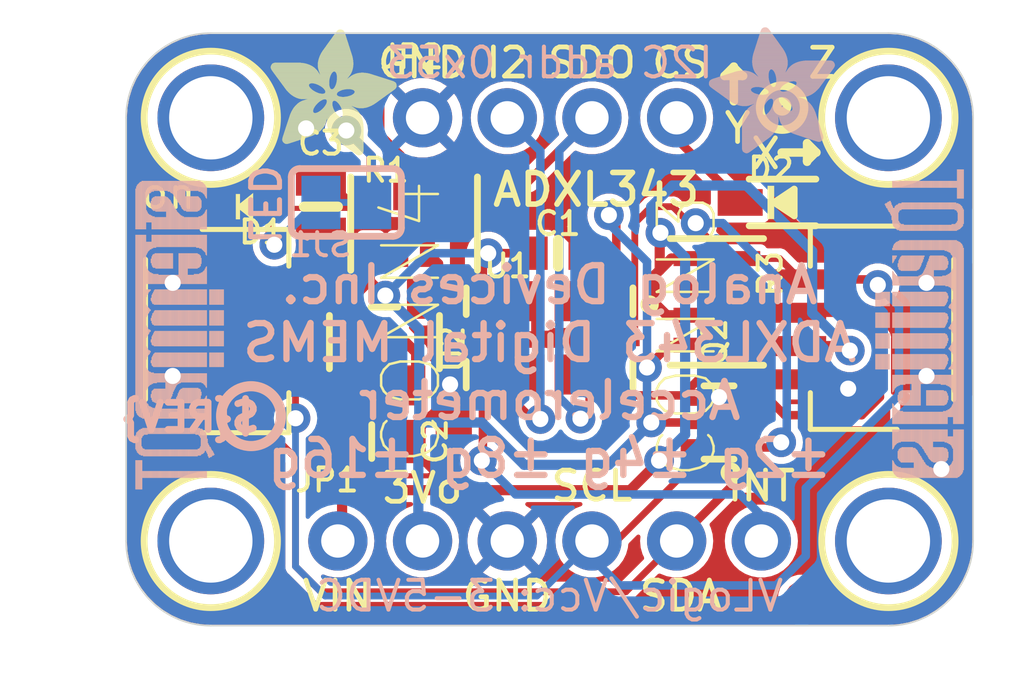
<source format=kicad_pcb>
(kicad_pcb (version 20221018) (generator pcbnew)
  (layers (0 "F.Cu" signal) (31 "B.Cu" signal) (34 "B.Paste" user) (35 "F.Paste" user) (36 "B.SilkS" user "B.Silkscreen") (37 "F.SilkS" user "F.Silkscreen") (38 "B.Mask" user) (39 "F.Mask" user) (44 "Edge.Cuts" user))
  (net 0 "")
  (net 1 "GND")
  (net 2 "SCL")
  (net 3 "SCL_3V")
  (net 4 "3.3V")
  (net 5 "VCC")
  (net 6 "N$1")
  (net 7 "CS_3V")
  (net 8 "INT1")
  (net 9 "INT2")
  (net 10 "SDA/SDIO_3V")
  (net 11 "SDO")
  (net 12 "CS")
  (net 13 "SDA/SDIO")
  (net 14 "N$2")
  (footprint "working:ADAFRUIT_3.5MM" (layer "F.Cu") (at 140.1191 99.7966)
    (fp_text reference "U$4" hide)
    (fp_text value "" hide)
  )
  (footprint "working:1X04_ROUND" (layer "F.Cu") (at 148.5011 98.6536)
    (fp_text reference "JP2")
    (fp_text value "")
  )
  (footprint "working:SOT23-5" (layer "F.Cu") (at 143.5481 105.3846)
    (fp_text reference "U2")
    (fp_text value "AP2112K-3.3")
  )
  (footprint "working:FIDUCIAL_1MM" (layer "F.Cu") (at 156.0576 113.0681)
    (fp_text reference "FID3" hide)
    (fp_text value "FIDUCIAL_1MM" hide)
  )
  (footprint "working:1X06_ROUND_70" (layer "F.Cu") (at 148.5011 111.3536)
    (fp_text reference "JP1")
    (fp_text value "")
  )
  (footprint "working:_0805MP" (layer "F.Cu") (at 143.1671 108.3691)
    (fp_text reference "C2")
    (fp_text value "10uF")
  )
  (footprint "working:RESPACK_4X0603" (layer "F.Cu") (at 153.5176 104.1781 -90)
    (fp_text reference "R3")
    (fp_text value "10K")
  )
  (footprint "working:RESPACK_4X0603" (layer "F.Cu") (at 144.4371 101.8286)
    (fp_text reference "R1")
    (fp_text value "10K")
  )
  (footprint "working:FIDUCIAL_1MM" (layer "F.Cu") (at 137.7696 105.0036)
    (fp_text reference "FID4" hide)
    (fp_text value "FIDUCIAL_1MM" hide)
  )
  (footprint "working:CHIPLED_0603_NOOUTLINE" (layer "F.Cu") (at 139.3571 101.3206 90)
    (fp_text reference "D1")
    (fp_text value "GREEN")
  )
  (footprint "working:0805-NO" (layer "F.Cu") (at 141.6431 101.3206 90)
    (fp_text reference "C3")
    (fp_text value "10uF")
  )
  (footprint "working:MOUNTINGHOLE_2.5_PLATED" (layer "F.Cu") (at 158.6611 111.3536)
    (fp_text reference "U$21" hide)
    (fp_text value "MOUNTINGHOLE2.5" hide)
  )
  (footprint "working:JST_SH4" (layer "F.Cu") (at 158.5341 105.0036 90)
    (fp_text reference "CONN3")
    (fp_text value "STEMMA_I2C_QT" hide)
  )
  (footprint "working:MOUNTINGHOLE_2.5_PLATED" (layer "F.Cu") (at 138.3411 111.3536)
    (fp_text reference "U$19" hide)
    (fp_text value "MOUNTINGHOLE2.5" hide)
  )
  (footprint "working:0603-NO" (layer "F.Cu") (at 148.7551 102.7176)
    (fp_text reference "C1")
    (fp_text value "0.1uF")
  )
  (footprint "working:MOUNTINGHOLE_2.5_PLATED" (layer "F.Cu") (at 138.3411 98.6536)
    (fp_text reference "U$1" hide)
    (fp_text value "MOUNTINGHOLE2.5" hide)
  )
  (footprint "working:MOUNTINGHOLE_2.5_PLATED" (layer "F.Cu") (at 158.6611 98.6536)
    (fp_text reference "U$17" hide)
    (fp_text value "MOUNTINGHOLE2.5" hide)
  )
  (footprint "working:SOD-323" (layer "F.Cu") (at 155.4861 101.1936)
    (fp_text reference "D2")
    (fp_text value "1N4148")
  )
  (footprint "working:SOT363" (layer "F.Cu") (at 153.5811 107.7976 90)
    (fp_text reference "Q2")
    (fp_text value "BSS138")
  )
  (footprint "working:JST_SH4" (layer "F.Cu") (at 138.4681 105.0036 -90)
    (fp_text reference "CONN4")
    (fp_text value "STEMMA_I2C_QT" hide)
  )
  (footprint "working:LGA14" (layer "F.Cu") (at 148.5011 105.2576)
    (fp_text reference "U1")
    (fp_text value "ADXL343")
  )
  (footprint "working:ADAFRUIT_3.5MM" (layer "B.Cu") (at 157.0736 99.7331 180)
    (fp_text reference "U$11" hide)
    (fp_text value "" hide)
  )
  (footprint "working:STEMMAQT" (layer "B.Cu") (at 158.2801 109.4486 90)
    (fp_text reference "U$30" hide)
    (fp_text value "" hide)
  )
  (footprint "working:SOLDERJUMPER_CLOSEDWIRE" (layer "B.Cu") (at 142.4051 101.1936)
    (fp_text reference "SJ1")
    (fp_text value "")
  )
  (footprint "working:PCBFEAT-REV-040" (layer "B.Cu") (at 139.5476 107.6071 180)
    (fp_text reference "U$25" hide)
    (fp_text value "" hide)
  )
  (footprint "working:STEMMAQT" (layer "B.Cu") (at 138.7221 100.5586 -90)
    (fp_text reference "U$31" hide)
    (fp_text value "" hide)
  )
  (gr_line (start 154.305 97.3963) (end 154.2796 97.3963) (stroke (width 0.254)) (layer "F.SilkS"))
  (gr_line (start 156.2227 99.9744) (end 156.2227 99.949) (stroke (width 0.254)) (layer "F.SilkS"))
  (gr_line (start 154.0256 98.1583) (end 154.0256 97.1423) (stroke (width 0.254)) (layer "F.SilkS"))
  (gr_line (start 156.5021 99.695) (end 156.2227 99.4156) (stroke (width 0.254)) (layer "F.SilkS"))
  (gr_line (start 153.7462 97.3963) (end 154.2796 97.3963) (stroke (width 0.254)) (layer "F.SilkS"))
  (gr_circle (center 155.4734 98.3107) (end 155.4988 98.3107) (stroke (width 0.254)) (fill none) (layer "F.SilkS"))
  (gr_circle (center 155.4734 98.3488) (end 156.1338 98.3488) (stroke (width 0.254)) (fill none) (layer "F.SilkS"))
  (gr_line (start 154.0256 97.1169) (end 153.7462 97.3963) (stroke (width 0.254)) (layer "F.SilkS"))
  (gr_line (start 156.2227 99.949) (end 156.4767 99.695) (stroke (width 0.254)) (layer "F.SilkS"))
  (gr_line (start 154.2796 97.3963) (end 154.0256 97.1423) (stroke (width 0.254)) (layer "F.SilkS"))
  (gr_line (start 156.2227 99.4156) (end 156.2227 99.949) (stroke (width 0.254)) (layer "F.SilkS"))
  (gr_line (start 154.0256 97.1423) (end 154.0256 97.1169) (stroke (width 0.254)) (layer "F.SilkS"))
  (gr_line (start 155.4607 99.695) (end 156.4767 99.695) (stroke (width 0.254)) (layer "F.SilkS"))
  (gr_line (start 156.4767 99.695) (end 156.5021 99.695) (stroke (width 0.254)) (layer "F.SilkS"))
  (gr_arc (start 161.2011 111.3536) (mid 160.457151 113.149651) (end 158.6611 113.8936) (stroke (width 0.05)) (layer "Edge.Cuts"))
  (gr_line (start 161.2011 111.3536) (end 161.2011 98.6536) (stroke (width 0.05)) (layer "Edge.Cuts"))
  (gr_arc (start 135.8011 98.6536) (mid 136.545049 96.857549) (end 138.3411 96.1136) (stroke (width 0.05)) (layer "Edge.Cuts"))
  (gr_arc (start 158.6611 96.1136) (mid 160.457151 96.857549) (end 161.2011 98.6536) (stroke (width 0.05)) (layer "Edge.Cuts"))
  (gr_line (start 138.3411 113.8936) (end 158.6611 113.8936) (stroke (width 0.05)) (layer "Edge.Cuts"))
  (gr_line (start 158.6611 96.1136) (end 138.3411 96.1136) (stroke (width 0.05)) (layer "Edge.Cuts"))
  (gr_line (start 135.8011 98.6536) (end 135.8011 111.3536) (stroke (width 0.05)) (layer "Edge.Cuts"))
  (gr_arc (start 138.3411 113.8936) (mid 136.545049 113.149651) (end 135.8011 111.3536) (stroke (width 0.05)) (layer "Edge.Cuts"))
  (gr_text "VLogic/Vcc: 3-5VDC" (at 148.5011 113.0046) (layer "B.SilkS") (effects (font (size 0.89408 0.89408) (thickness 0.12192)) (justify mirror)))
  (gr_text "Analog Devices Inc.\nADXL343 Digital MEMS\nAccelerometer\n±2g ±4g ±8g ±16g" (at 148.5011 106.2736) (layer "B.SilkS") (effects (font (size 1.0795 1.0795) (thickness 0.1905)) (justify mirror)))
  (gr_text "LED" (at 139.9286 101.2571 -90) (layer "B.SilkS") (effects (font (size 0.8636 0.8636) (thickness 0.1524)) (justify mirror)))
  (gr_text "I2C addr 0x53" (at 148.5011 97.0026) (layer "B.SilkS") (effects (font (size 0.89408 0.89408) (thickness 0.12192)) (justify mirror)))
  (gr_text "X" (at 154.4701 100.2411) (layer "F.SilkS") (effects (font (size 0.87376 0.87376) (thickness 0.14224)) (justify left bottom)))
  (gr_text "ADXL343" (at 149.8981 100.8126) (layer "F.SilkS") (effects (font (size 0.94996 0.94996) (thickness 0.16764))))
  (gr_text "Y" (at 153.67 99.4791) (layer "F.SilkS") (effects (font (size 0.87376 0.87376) (thickness 0.14224)) (justify left bottom)))
  (gr_text "I2" (at 147.2311 97.0026) (layer "F.SilkS") (effects (font (size 0.87376 0.87376) (thickness 0.14224))))
  (gr_text "SCL" (at 149.7711 109.7026) (layer "F.SilkS") (effects (font (size 0.87376 0.87376) (thickness 0.14224))))
  (gr_text "CS" (at 152.4381 97.0026) (layer "F.SilkS") (effects (font (size 0.87376 0.87376) (thickness 0.14224))))
  (gr_text "GND" (at 144.6911 97.0026) (layer "F.SilkS") (effects (font (size 0.87376 0.87376) (thickness 0.14224))))
  (gr_text "INT" (at 154.8511 109.7026) (layer "F.SilkS") (effects (font (size 0.87376 0.87376) (thickness 0.14224))))
  (gr_text "GND" (at 147.2311 113.0046) (layer "F.SilkS") (effects (font (size 0.87376 0.87376) (thickness 0.14224))))
  (gr_text "SDO" (at 149.7711 97.0026) (layer "F.SilkS") (effects (font (size 0.87376 0.87376) (thickness 0.14224))))
  (gr_text "on" (at 136.1821 101.4476) (layer "F.SilkS") (effects (font (size 0.89408 0.89408) (thickness 0.12192)) (justify left bottom)))
  (gr_text "VIN" (at 142.1511 113.0046) (layer "F.SilkS") (effects (font (size 0.87376 0.87376) (thickness 0.14224))))
  (gr_text "Z" (at 156.1719 97.5233) (layer "F.SilkS") (effects (font (size 0.87376 0.87376) (thickness 0.14224)) (justify left bottom)))
  (gr_text "SDA" (at 152.4381 113.0046) (layer "F.SilkS") (effects (font (size 0.87376 0.87376) (thickness 0.14224))))
  (gr_text "3Vo" (at 144.6911 109.7661) (layer "F.SilkS") (effects (font (size 0.87376 0.87376) (thickness 0.14224))))
  (segment (start 155.1051 106.2736) (end 155.3351 106.5036) (width 0.3048) (layer "F.Cu") (net 1))
  (segment (start 143.6116 106.7482) (end 143.6116 107.9881) (width 0.3048) (layer "F.Cu") (net 1))
  (segment (start 143.6116 107.9881) (end 143.9926 108.3691) (width 0.3048) (layer "F.Cu") (net 1))
  (segment (start 148.1836 105.1941) (end 148.1011 105.1116) (width 0.3048) (layer "F.Cu") (net 1))
  (segment (start 149.7011 104.804707) (end 149.6455 104.860307) (width 0.3048) (layer "F.Cu") (net 1))
  (segment (start 154.1526 106.2736) (end 155.1051 106.2736) (width 0.3048) (layer "F.Cu") (net 1))
  (segment (start 149.6455 104.9387) (end 149.3901 105.1941) (width 0.3048) (layer "F.Cu") (net 1))
  (segment (start 148.1011 105.1116) (end 148.1011 104.1576) (width 0.3048) (layer "F.Cu") (net 1))
  (segment (start 155.3351 106.5036) (end 156.0201 106.5036) (width 0.3048) (layer "F.Cu") (net 1))
  (segment (start 154.1526 106.2736) (end 153.5811 106.8451) (width 0.3048) (layer "F.Cu") (net 1))
  (segment (start 143.9926 108.3691) (end 144.1831 108.3691) (width 0.3048) (layer "F.Cu") (net 1))
  (segment (start 149.3901 105.1941) (end 148.1836 105.1941) (width 0.3048) (layer "F.Cu") (net 1))
  (segment (start 149.7011 104.1576) (end 149.7011 104.804707) (width 0.3048) (layer "F.Cu") (net 1))
  (segment (start 143.5481 106.6847) (end 143.6116 106.7482) (width 0.3048) (layer "F.Cu") (net 1))
  (segment (start 153.5811 107.0356) (end 153.5811 106.8451) (width 0.3048) (layer "F.Cu") (net 1))
  (segment (start 149.6455 104.860307) (end 149.6455 104.9387) (width 0.3048) (layer "F.Cu") (net 1))
  (via (at 153.5811 107.0356) (size 0.889) (drill 0.4826) (layers "F.Cu" "B.Cu") (net 1))
  (via (at 160.2486 109.1946) (size 0.889) (drill 0.4826) (layers "F.Cu" "B.Cu") (net 1))
  (via (at 159.8041 106.4006) (size 0.889) (drill 0.4826) (layers "F.Cu" "B.Cu") (net 1))
  (via (at 157.4546 106.7816) (size 0.889) (drill 0.4826) (layers "F.Cu" "B.Cu") (net 1))
  (via (at 141.1986 98.9711) (size 0.889) (drill 0.4826) (layers "F.Cu" "B.Cu") (net 1))
  (via (at 145.5166 106.6546) (size 0.889) (drill 0.4826) (layers "F.Cu" "B.Cu") (net 1))
  (via (at 137.1981 106.4006) (size 0.889) (drill 0.4826) (layers "F.Cu" "B.Cu") (net 1))
  (via (at 137.1981 103.6066) (size 0.889) (drill 0.4826) (layers "F.Cu" "B.Cu") (net 1))
  (via (at 159.8041 103.6066) (size 0.889) (drill 0.4826) (layers "F.Cu" "B.Cu") (net 1))
  (segment (start 156.0201 103.5036) (end 158.1771 103.5036) (width 0.254) (layer "F.Cu") (net 2))
  (segment (start 156.0201 103.5036) (end 155.3946 102.8781) (width 0.2032) (layer "F.Cu") (net 2))
  (segment (start 140.8811 107.6706) (end 140.8811 106.6046) (width 0.2032) (layer "F.Cu") (net 2))
  (segment (start 158.1771 103.5036) (end 158.3436 103.6701) (width 0.254) (layer "F.Cu") (net 2))
  (segment (start 152.6811 109.1826) (end 150.5101 111.3536) (width 0.2032) (layer "F.Cu") (net 2))
  (segment (start 155.3946 102.8781) (end 154.3676 102.8781) (width 0.2032) (layer "F.Cu") (net 2))
  (segment (start 150.5101 111.3536) (end 149.7711 111.3536) (width 0.2032) (layer "F.Cu") (net 2))
  (segment (start 152.6811 108.5476) (end 152.6811 109.1826) (width 0.2032) (layer "F.Cu") (net 2))
  (segment (start 140.8811 106.6046) (end 140.9821 106.5036) (width 0.2032) (layer "F.Cu") (net 2))
  (via (at 140.8811 107.6706) (size 0.889) (drill 0.4826) (layers "F.Cu" "B.Cu") (net 2))
  (via (at 158.3436 103.6701) (size 0.889) (drill 0.4826) (layers "F.Cu" "B.Cu") (net 2))
  (segment (start 158.9786 104.3051) (end 158.9786 106.9721) (width 0.254) (layer "B.Cu") (net 2))
  (segment (start 140.8811 112.1156) (end 140.8811 107.6706) (width 0.2032) (layer "B.Cu") (net 2))
  (segment (start 158.3436 103.6701) (end 158.9786 104.3051) (width 0.254) (layer "B.Cu") (net 2))
  (segment (start 149.7711 111.3536) (end 148.1201 113.0046) (width 0.2032) (layer "B.Cu") (net 2))
  (segment (start 141.7701 113.0046) (end 140.8811 112.1156) (width 0.2032) (layer "B.Cu") (net 2))
  (segment (start 156.1846 109.7661) (end 156.1846 111.7981) (width 0.254) (layer "B.Cu") (net 2))
  (segment (start 149.7711 111.8616) (end 149.7711 111.3536) (width 0.254) (layer "B.Cu") (net 2))
  (segment (start 150.5966 112.6871) (end 149.7711 111.8616) (width 0.254) (layer "B.Cu") (net 2))
  (segment (start 155.2956 112.6871) (end 150.5966 112.6871) (width 0.254) (layer "B.Cu") (net 2))
  (segment (start 156.1846 111.7981) (end 155.2956 112.6871) (width 0.254) (layer "B.Cu") (net 2))
  (segment (start 158.9786 106.9721) (end 156.1846 109.7661) (width 0.254) (layer "B.Cu") (net 2))
  (segment (start 148.1201 113.0046) (end 141.7701 113.0046) (width 0.2032) (layer "B.Cu") (net 2))
  (segment (start 153.8161 103.7781) (end 153.5176 103.4796) (width 0.2032) (layer "F.Cu") (net 3))
  (segment (start 152.1978 101.3206) (end 151.5491 101.3206) (width 0.2032) (layer "F.Cu") (net 3))
  (segment (start 152.8826 101.8149) (end 152.8826 101.8921) (width 0.2032) (layer "F.Cu") (net 3))
  (segment (start 153.5176 103.4796) (end 153.5176 102.5271) (width 0.2032) (layer "F.Cu") (net 3))
  (segment (start 151.0559 101.8138) (end 151.0559 105.2576) (width 0.2032) (layer "F.Cu") (net 3))
  (segment (start 154.4811 108.5476) (end 155.291506 108.5476) (width 0.254) (layer "F.Cu") (net 3))
  (segment (start 152.6921 101.8149) (end 152.1978 101.3206) (width 0.2032) (layer "F.Cu") (net 3))
  (segment (start 151.0559 105.2576) (end 150.6011 105.2576) (width 0.2032) (layer "F.Cu") (net 3))
  (segment (start 154.3676 103.7781) (end 153.8161 103.7781) (width 0.2032) (layer "F.Cu") (net 3))
  (segment (start 151.5491 101.3206) (end 151.0559 101.8138) (width 0.2032) (layer "F.Cu") (net 3))
  (segment (start 153.5176 102.5271) (end 152.8826 101.8921) (width 0.2032) (layer "F.Cu") (net 3))
  (segment (start 152.8826 101.8149) (end 152.6921 101.8149) (width 0.2032) (layer "F.Cu") (net 3))
  (segment (start 155.291506 108.5476) (end 155.446303 108.392804) (width 0.254) (layer "F.Cu") (net 3))
  (via (at 152.8826 101.8149) (size 0.889) (drill 0.4826) (layers "F.Cu" "B.Cu") (net 3))
  (via (at 155.446303 108.392804) (size 0.889) (drill 0.4826) (layers "F.Cu" "B.Cu") (net 3))
  (segment (start 155.446303 108.392804) (end 155.6131 108.226007) (width 0.254) (layer "B.Cu") (net 3))
  (segment (start 153.6944 101.8149) (end 152.8826 101.8149) (width 0.254) (layer "B.Cu") (net 3))
  (segment (start 155.6131 108.226007) (end 155.6131 103.7336) (width 0.254) (layer "B.Cu") (net 3))
  (segment (start 155.6131 103.7336) (end 153.6944 101.8149) (width 0.254) (layer "B.Cu") (net 3))
  (segment (start 153.9096 107.9881) (end 153.1891 107.9881) (width 0.254) (layer "F.Cu") (net 4))
  (segment (start 146.8891 102.7176) (end 146.5011 103.1056) (width 0.254) (layer "F.Cu") (net 4))
  (segment (start 146.5011 104.1576) (end 146.5011 103.1056) (width 0.254) (layer "F.Cu") (net 4))
  (segment (start 144.0371 102.6786) (end 143.1371 102.6786) (width 0.254) (layer "F.Cu") (net 4))
  (segment (start 152.6676 103.7781) (end 153.0731 103.7781) (width 0.3048) (layer "F.Cu") (net 4))
  (segment (start 143.1371 103.5493) (end 143.5754 103.9876) (width 0.254) (layer "F.Cu") (net 4))
  (segment (start 142.5981 104.0845) (end 143.1371 103.5455) (width 0.254) (layer "F.Cu") (net 4))
  (segment (start 143.1371 102.6786) (end 142.0511 102.6786) (width 0.254) (layer "F.Cu") (net 4))
  (segment (start 142.0511 102.6786) (end 141.6431 102.2706) (width 0.254) (layer "F.Cu") (net 4))
  (segment (start 153.2971 105.4781) (end 152.6676 105.4781) (width 0.3048) (layer "F.Cu") (net 4))
  (segment (start 153.5176 104.2226) (end 153.0731 103.7781) (width 0.3048) (layer "F.Cu") (net 4))
  (segment (start 152.6676 105.4781) (end 152.0906 105.4781) (width 0.254) (layer "F.Cu") (net 4))
  (segment (start 146.8891 102.7176) (end 147.9051 102.7176) (width 0.254) (layer "F.Cu") (net 4))
  (segment (start 151.5491 107.7976) (end 152.6811 107.7976) (width 0.254) (layer "F.Cu") (net 4))
  (segment (start 153.1891 107.9881) (end 152.9986 107.7976) (width 0.254) (layer "F.Cu") (net 4))
  (segment (start 153.5176 105.2576) (end 153.2971 105.4781) (width 0.3048) (layer "F.Cu") (net 4))
  (segment (start 152.6811 107.7976) (end 152.9986 107.7976) (width 0.254) (layer "F.Cu") (net 4))
  (segment (start 143.1371 103.5455) (end 143.1371 103.5493) (width 0.254) (layer "F.Cu") (net 4))
  (segment (start 150.5011 101.7966) (end 150.2791 101.5746) (width 0.254) (layer "F.Cu") (net 4))
  (segment (start 154.1001 107.7976) (end 153.9096 107.9881) (width 0.254) (layer "F.Cu") (net 4))
  (segment (start 152.0906 105.4781) (end 151.4221 106.1466) (width 0.254) (layer "F.Cu") (net 4))
  (segment (start 150.5011 104.1576) (end 150.5011 101.7966) (width 0.254) (layer "F.Cu") (net 4))
  (segment (start 147.9051 102.7176) (end 146.6596 102.7176) (width 0.254) (layer "F.Cu") (net 4))
  (segment (start 154.1001 107.7976) (end 154.4811 107.7976) (width 0.254) (layer "F.Cu") (net 4))
  (segment (start 153.5176 104.2226) (end 153.5176 105.2576) (width 0.3048) (layer "F.Cu") (net 4))
  (segment (start 143.1371 102.6786) (end 143.1371 103.5455) (width 0.254) (layer "F.Cu") (net 4))
  (via (at 151.5491 107.7976) (size 0.889) (drill 0.4826) (layers "F.Cu" "B.Cu") (net 4))
  (via (at 143.5754 103.9876) (size 0.889) (drill 0.4826) (layers "F.Cu" "B.Cu") (net 4))
  (via (at 146.6596 102.7176) (size 0.889) (drill 0.4826) (layers "F.Cu" "B.Cu") (net 4))
  (via (at 151.4221 106.1466) (size 0.889) (drill 0.4826) (layers "F.Cu" "B.Cu") (net 4))
  (via (at 150.2791 101.5746) (size 0.889) (drill 0.4826) (layers "F.Cu" "B.Cu") (net 4))
  (segment (start 144.8454 102.7176) (end 146.6596 102.7176) (width 0.254) (layer "B.Cu") (net 4))
  (segment (start 151.5491 107.7976) (end 150.2791 109.0676) (width 0.3048) (layer "B.Cu") (net 4))
  (segment (start 150.2791 109.0676) (end 147.7391 109.0676) (width 0.3048) (layer "B.Cu") (net 4))
  (segment (start 144.5641 111.2266) (end 144.6911 111.3536) (width 0.3048) (layer "B.Cu") (net 4))
  (segment (start 151.5491 107.7976) (end 151.4221 107.6706) (width 0.254) (layer "B.Cu") (net 4))
  (segment (start 147.7391 109.0676) (end 146.4691 107.7976) (width 0.3048) (layer "B.Cu") (net 4))
  (segment (start 144.5914 105.0036) (end 144.5914 107.7976) (width 0.3048) (layer "B.Cu") (net 4))
  (segment (start 151.4221 102.9716) (end 150.2791 101.8286) (width 0.254) (layer "B.Cu") (net 4))
  (segment (start 144.5914 105.0036) (end 143.5754 103.9876) (width 0.3048) (layer "B.Cu") (net 4))
  (segment (start 144.5641 107.7976) (end 144.5641 111.2266) (width 0.3048) (layer "B.Cu") (net 4))
  (segment (start 151.4221 102.9716) (end 151.4221 106.1466) (width 0.254) (layer "B.Cu") (net 4))
  (segment (start 146.4691 107.7976) (end 145.3261 107.7976) (width 0.3048) (layer "B.Cu") (net 4))
  (segment (start 143.5754 103.9876) (end 144.8454 102.7176) (width 0.254) (layer "B.Cu") (net 4))
  (segment (start 145.3261 107.7976) (end 144.5641 107.7976) (width 0.254) (layer "B.Cu") (net 4))
  (segment (start 145.3261 107.7976) (end 144.5914 107.7976) (width 0.3048) (layer "B.Cu") (net 4))
  (segment (start 150.2791 101.5746) (end 150.2791 101.8286) (width 0.254) (layer "B.Cu") (net 4))
  (segment (start 151.4221 106.1466) (end 151.4221 107.6706) (width 0.254) (layer "B.Cu") (net 4))
  (segment (start 151.7834 108.9603) (end 151.7834 108.9406) (width 0.3048) (layer "F.Cu") (net 5))
  (segment (start 142.2781 111.2266) (end 142.1511 111.3536) (width 0.3048) (layer "F.Cu") (net 5))
  (segment (start 142.2781 109.8296) (end 142.2781 111.2266) (width 0.3048) (layer "F.Cu") (net 5))
  (segment (start 157.3704 105.5036) (end 157.5054 105.6386) (width 0.3048) (layer "F.Cu") (net 5))
  (segment (start 152.0126 104.5781) (end 151.6761 104.2416) (width 0.3048) (layer "F.Cu") (net 5))
  (segment (start 152.6676 104.5781) (end 152.0126 104.5781) (width 0.3048) (layer "F.Cu") (net 5))
  (segment (start 156.0201 105.5036) (end 157.3704 105.5036) (width 0.3048) (layer "F.Cu") (net 5))
  (segment (start 142.1511 108.3691) (end 142.1511 109.8296) (width 0.3048) (layer "F.Cu") (net 5))
  (segment (start 142.6591 105.2576) (end 142.329806 105.2576) (width 0.3048) (layer "F.Cu") (net 5))
  (segment (start 144.4981 105.6996) (end 144.0561 105.2576) (width 0.3048) (layer "F.Cu") (net 5))
  (segment (start 144.4981 106.6847) (end 144.4981 105.6996) (width 0.3048) (layer "F.Cu") (net 5))
  (segment (start 144.0561 105.2576) (end 142.6591 105.2576) (width 0.3048) (layer "F.Cu") (net 5))
  (segment (start 152.1506 102.8781) (end 152.6676 102.8781) (width 0.3048) (layer "F.Cu") (net 5))
  (segment (start 142.2781 109.8296) (end 150.9141 109.8296) (width 0.3048) (layer "F.Cu") (net 5))
  (segment (start 142.5981 106.6847) (end 142.5981 105.3186) (width 0.3048) (layer "F.Cu") (net 5))
  (segment (start 151.8031 102.126275) (end 151.8031 103.2256) (width 0.3048) (layer "F.Cu") (net 5))
  (segment (start 150.9141 109.8296) (end 151.7834 108.9603) (width 0.3048) (layer "F.Cu") (net 5))
  (segment (start 152.1506 102.8781) (end 151.8031 103.2256) (width 0.3048) (layer "F.Cu") (net 5))
  (segment (start 151.824937 102.104438) (end 151.8031 102.126275) (width 0.3048) (layer "F.Cu") (net 5))
  (segment (start 142.1511 109.8296) (end 142.2781 109.8296) (width 0.3048) (layer "F.Cu") (net 5))
  (segment (start 141.575806 104.5036) (end 140.9821 104.5036) (width 0.3048) (layer "F.Cu") (net 5))
  (segment (start 142.1511 108.3691) (end 142.5981 107.9221) (width 0.3048) (layer "F.Cu") (net 5))
  (segment (start 151.6761 104.2416) (end 151.6761 103.3526) (width 0.3048) (layer "F.Cu") (net 5))
  (segment (start 142.5981 105.3186) (end 142.6591 105.2576) (width 0.3048) (layer "F.Cu") (net 5))
  (segment (start 151.8031 103.2256) (end 151.6761 103.3526) (width 0.3048) (layer "F.Cu") (net 5))
  (segment (start 142.5981 107.9221) (end 142.5981 106.6847) (width 0.3048) (layer "F.Cu") (net 5))
  (segment (start 142.329806 105.2576) (end 141.575806 104.5036) (width 0.3048) (layer "F.Cu") (net 5))
  (via (at 157.5054 105.6386) (size 0.889) (drill 0.4826) (layers "F.Cu" "B.Cu") (net 5))
  (via (at 151.824937 102.104438) (size 0.889) (drill 0.4826) (layers "F.Cu" "B.Cu") (net 5))
  (via (at 151.7834 108.9406) (size 0.889) (drill 0.4826) (layers "F.Cu" "B.Cu") (net 5))
  (segment (start 152.5651 102.8446) (end 151.824937 102.104438) (width 0.3048) (layer "B.Cu") (net 5))
  (segment (start 154.4066 100.6856) (end 156.3751 102.6541) (width 0.3048) (layer "B.Cu") (net 5))
  (segment (start 151.5491 101.3206) (end 152.1841 100.6856) (width 0.3048) (layer "B.Cu") (net 5))
  (segment (start 151.824937 102.040938) (end 151.5491 101.7651) (width 0.3048) (layer "B.Cu") (net 5))
  (segment (start 156.3751 102.6541) (end 156.3751 104.5083) (width 0.3048) (layer "B.Cu") (net 5))
  (segment (start 156.3751 104.5083) (end 157.5054 105.6386) (width 0.3048) (layer "B.Cu") (net 5))
  (segment (start 152.1841 100.6856) (end 154.4066 100.6856) (width 0.3048) (layer "B.Cu") (net 5))
  (segment (start 151.7834 108.9406) (end 152.5651 108.1589) (width 0.3048) (layer "B.Cu") (net 5))
  (segment (start 152.5651 108.1589) (end 152.5651 102.8446) (width 0.3048) (layer "B.Cu") (net 5))
  (segment (start 151.5491 101.7651) (end 151.5491 101.3206) (width 0.3048) (layer "B.Cu") (net 5))
  (segment (start 151.824937 102.104438) (end 151.824937 102.040938) (width 0.3048) (layer "B.Cu") (net 5))
  (segment (start 143.1371 100.9786) (end 143.1371 99.7666) (width 0.254) (layer "F.Cu") (net 6))
  (segment (start 143.1371 99.7666) (end 142.4051 99.0346) (width 0.254) (layer "F.Cu") (net 6))
  (via (at 142.4051 99.0346) (size 0.889) (drill 0.4826) (layers "F.Cu" "B.Cu") (net 6))
  (segment (start 142.4051 99.0346) (end 143.1671 99.7966) (width 0.254) (layer "B.Cu") (net 6))
  (segment (start 143.1671 99.7966) (end 143.1671 101.1936) (width 0.254) (layer "B.Cu") (net 6))
  (segment (start 145.1819 103.265375) (end 145.1819 103.0234) (width 0.254) (layer "F.Cu") (net 7))
  (segment (start 143.4211 99.1616) (end 143.4211 97.3836) (width 0.254) (layer "F.Cu") (net 7))
  (segment (start 144.0371 99.7776) (end 143.4211 99.1616) (width 0.254) (layer "F.Cu") (net 7))
  (segment (start 144.8371 100.9786) (end 144.0371 100.9786) (width 0.254) (layer "F.Cu") (net 7))
  (segment (start 143.9291 96.8756) (end 153.0731 96.8756) (width 0.254) (layer "F.Cu") (net 7))
  (segment (start 144.0371 100.9786) (end 144.0371 99.7776) (width 0.254) (layer "F.Cu") (net 7))
  (segment (start 156.7561 100.5586) (end 156.7561 101.1936) (width 0.254) (layer "F.Cu") (net 7))
  (segment (start 145.1991 104.3686) (end 145.1991 103.282575) (width 0.254) (layer "F.Cu") (net 7))
  (segment (start 144.8371 102.6786) (end 144.8371 100.9786) (width 0.254) (layer "F.Cu") (net 7))
  (segment (start 143.4211 97.3836) (end 143.9291 96.8756) (width 0.254) (layer "F.Cu") (net 7))
  (segment (start 145.1991 103.282575) (end 145.1819 103.265375) (width 0.254) (layer "F.Cu") (net 7))
  (segment (start 146.0881 105.2576) (end 145.1991 104.3686) (width 0.254) (layer "F.Cu") (net 7))
  (segment (start 145.1819 103.0234) (end 144.8371 102.6786) (width 0.254) (layer "F.Cu") (net 7))
  (segment (start 146.4011 105.2576) (end 146.0881 105.2576) (width 0.254) (layer "F.Cu") (net 7))
  (segment (start 153.0731 96.8756) (end 156.7561 100.5586) (width 0.254) (layer "F.Cu") (net 7))
  (segment (start 146.5011 106.3576) (end 146.5011 108.9086) (width 0.254) (layer "F.Cu") (net 8))
  (segment (start 146.5011 108.9086) (end 146.4691 108.9406) (width 0.254) (layer "F.Cu") (net 8))
  (via (at 146.4691 108.9406) (size 0.889) (drill 0.4826) (layers "F.Cu" "B.Cu") (net 8))
  (segment (start 154.2161 109.9566) (end 154.8511 110.5916) (width 0.254) (layer "B.Cu") (net 8))
  (segment (start 154.8511 110.5916) (end 154.8511 111.3536) (width 0.254) (layer "B.Cu") (net 8))
  (segment (start 147.4851 109.9566) (end 146.4691 108.9406) (width 0.254) (layer "B.Cu") (net 8))
  (segment (start 154.2161 109.9566) (end 147.4851 109.9566) (width 0.254) (layer "B.Cu") (net 8))
  (segment (start 147.969396 107.694304) (end 147.3011 107.026007) (width 0.254) (layer "F.Cu") (net 9))
  (segment (start 148.223396 107.694304) (end 147.969396 107.694304) (width 0.254) (layer "F.Cu") (net 9))
  (segment (start 147.3011 106.3576) (end 147.3011 107.026007) (width 0.254) (layer "F.Cu") (net 9))
  (via (at 148.223396 107.694304) (size 0.889) (drill 0.4826) (layers "F.Cu" "B.Cu") (net 9))
  (segment (start 148.223396 99.645897) (end 148.223396 107.694304) (width 0.254) (layer "B.Cu") (net 9))
  (segment (start 148.223396 99.645897) (end 147.2311 98.6536) (width 0.254) (layer "B.Cu") (net 9))
  (segment (start 152.6811 107.0476) (end 152.6811 106.7926) (width 0.254) (layer "F.Cu") (net 10))
  (segment (start 152.6176 106.9841) (end 150.9896 106.9841) (width 0.254) (layer "F.Cu") (net 10))
  (segment (start 150.9896 106.9841) (end 150.5011 106.4956) (width 0.254) (layer "F.Cu") (net 10))
  (segment (start 150.5011 106.4956) (end 150.5011 106.3576) (width 0.254) (layer "F.Cu") (net 10))
  (segment (start 152.6811 107.0476) (end 152.6176 106.9841) (width 0.254) (layer "F.Cu") (net 10))
  (segment (start 153.9956 105.4781) (end 154.3676 105.4781) (width 0.254) (layer "F.Cu") (net 10))
  (segment (start 152.6811 106.7926) (end 153.9956 105.4781) (width 0.254) (layer "F.Cu") (net 10))
  (segment (start 147.8661 100.5586) (end 149.7711 98.6536) (width 0.254) (layer "F.Cu") (net 11))
  (segment (start 149.7011 107.407007) (end 149.426506 107.6816) (width 0.254) (layer "F.Cu") (net 11))
  (segment (start 145.7371 100.9786) (end 146.1571 100.5586) (width 0.254) (layer "F.Cu") (net 11))
  (segment (start 149.7011 106.3576) (end 149.7011 107.407007) (width 0.254) (layer "F.Cu") (net 11))
  (segment (start 146.1571 100.5586) (end 147.8661 100.5586) (width 0.254) (layer "F.Cu") (net 11))
  (via (at 149.426506 107.6816) (size 0.889) (drill 0.4826) (layers "F.Cu" "B.Cu") (net 11))
  (segment (start 148.791506 99.633194) (end 148.791506 107.0466) (width 0.254) (layer "B.Cu") (net 11))
  (segment (start 149.426506 107.6816) (end 148.791506 107.0466) (width 0.254) (layer "B.Cu") (net 11))
  (segment (start 148.791506 99.633194) (end 149.7711 98.6536) (width 0.254) (layer "B.Cu") (net 11))
  (segment (start 152.3111 99.2886) (end 152.3111 98.6536) (width 0.254) (layer "F.Cu") (net 12))
  (segment (start 154.2161 101.1936) (end 152.3111 99.2886) (width 0.254) (layer "F.Cu") (net 12))
  (segment (start 140.1271 105.5036) (end 139.7381 105.8926) (width 0.2032) (layer "F.Cu") (net 13))
  (segment (start 150.7871 112.8776) (end 152.3111 111.3536) (width 0.2032) (layer "F.Cu") (net 13))
  (segment (start 156.2481 107.5783) (end 156.2481 108.6866) (width 0.254) (layer "F.Cu") (net 13))
  (segment (start 155.552825 107.5783) (end 156.2481 107.5783) (width 0.254) (layer "F.Cu") (net 13))
  (segment (start 154.0891 109.5756) (end 152.3111 111.3536) (width 0.254) (layer "F.Cu") (net 13))
  (segment (start 154.3676 104.5781) (end 154.4421 104.5036) (width 0.2032) (layer "F.Cu") (net 13))
  (segment (start 140.9821 105.5036) (end 140.1271 105.5036) (width 0.2032) (layer "F.Cu") (net 13))
  (segment (start 154.4811 107.0476) (end 155.022125 107.0476) (width 0.254) (layer "F.Cu") (net 13))
  (segment (start 156.2481 107.5783) (end 157.8644 107.5783) (width 0.254) (layer "F.Cu") (net 13))
  (segment (start 155.022125 107.0476) (end 155.552825 107.5783) (width 0.254) (layer "F.Cu") (net 13))
  (segment (start 157.8644 107.5783) (end 158.4071 107.0356) (width 0.254) (layer "F.Cu") (net 13))
  (segment (start 141.6431 112.8776) (end 150.7871 112.8776) (width 0.2032) (layer "F.Cu") (net 13))
  (segment (start 139.7381 105.8926) (end 139.7381 107.714275) (width 0.2032) (layer "F.Cu") (net 13))
  (segment (start 154.4421 104.5036) (end 156.0201 104.5036) (width 0.2032) (layer "F.Cu") (net 13))
  (segment (start 158.4071 107.0356) (end 158.4071 105.2576) (width 0.254) (layer "F.Cu") (net 13))
  (segment (start 156.2481 108.6866) (end 155.3591 109.5756) (width 0.254) (layer "F.Cu") (net 13))
  (segment (start 158.4071 105.2576) (end 157.6531 104.5036) (width 0.254) (layer "F.Cu") (net 13))
  (segment (start 140.8811 112.1156) (end 141.6431 112.8776) (width 0.2032) (layer "F.Cu") (net 13))
  (segment (start 140.8811 108.857275) (end 140.8811 112.1156) (width 0.2032) (layer "F.Cu") (net 13))
  (segment (start 157.6531 104.5036) (end 156.0201 104.5036) (width 0.254) (layer "F.Cu") (net 13))
  (segment (start 155.3591 109.5756) (end 154.0891 109.5756) (width 0.254) (layer "F.Cu") (net 13))
  (segment (start 139.7381 107.714275) (end 140.8811 108.857275) (width 0.2032) (layer "F.Cu") (net 13))
  (segment (start 140.1071 102.3253) (end 140.2454 102.4636) (width 0.254) (layer "F.Cu") (net 14))
  (segment (start 140.1071 101.3206) (end 140.1071 102.3253) (width 0.254) (layer "F.Cu") (net 14))
  (via (at 140.2454 102.4636) (size 0.889) (drill 0.4826) (layers "F.Cu" "B.Cu") (net 14))
  (segment (start 140.2454 102.4636) (end 141.5154 101.1936) (width 0.254) (layer "B.Cu") (net 14))
  (segment (start 141.5154 101.1936) (end 141.6431 101.1936) (width 0.254) (layer "B.Cu") (net 14))
  (zone (net 1) (net_name "GND") (layer "F.Cu") (priority 6) (connect_pads (clearance 0.000001)) (min_thickness 0.127) (fill yes (thermal_gap 0.304) (thermal_bridge_width 0.304))
    (polygon (pts (xy 161.3281 114.0206) (xy 135.6741 114.0206) (xy 135.6741 95.9866) (xy 161.3281 95.9866)))
  )
  (zone (net 1) (net_name "GND") (layer "B.Cu") (priority 6) (connect_pads (clearance 0.000001)) (min_thickness 0.127) (fill yes (thermal_gap 0.304) (thermal_bridge_width 0.304))
    (polygon (pts (xy 161.3281 114.0206) (xy 135.6741 114.0206) (xy 135.6741 95.9866) (xy 161.3281 95.9866)))
  )
)
</source>
